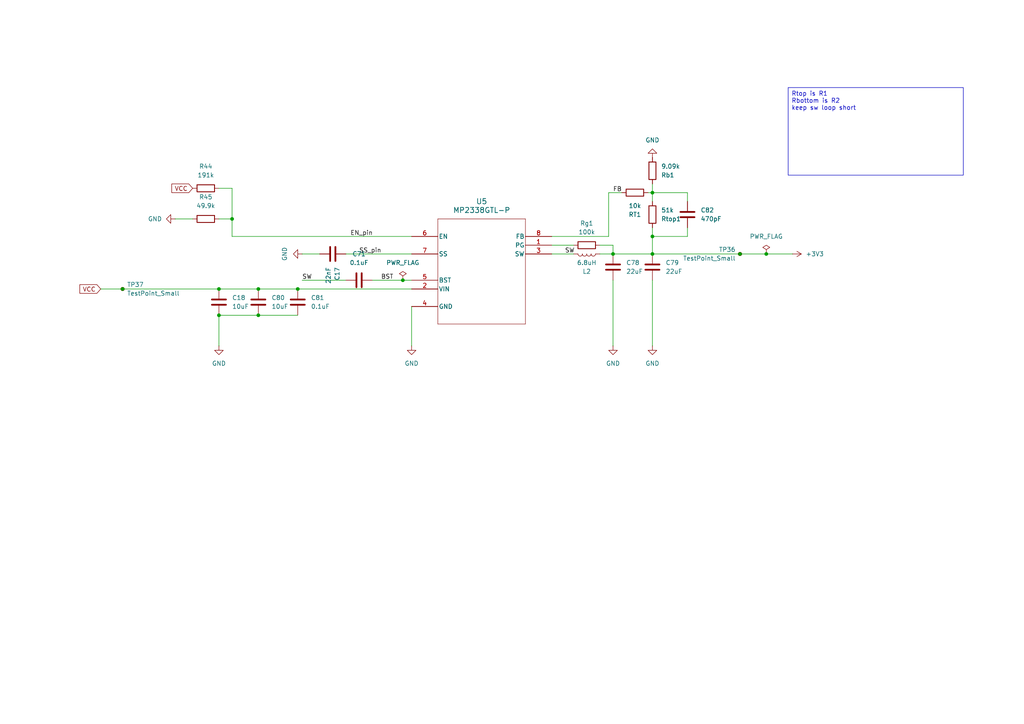
<source format=kicad_sch>
(kicad_sch (version 20250114) (generator "eeschema") (generator_version "9.0")
  (paper "A4")
  (lib_symbols
    (symbol "Connector:TestPoint_Small" (pin_numbers (hide yes)) (pin_names (offset 0.762) (hide yes))
      (property "Reference" "TP" (at 0 3.81 0))
      (property "Value" "TestPoint_Small" (at 0 2.032 0))
      (symbol "TestPoint_Small_0_1"
        (circle (center 0 0) (radius 0.508))
      )
      (symbol "TestPoint_Small_1_1"
        (pin passive line (at 0 0 90) (length 0) (name "1") (number "1"))
      )
    )
    (symbol "Device:C" (pin_numbers (hide yes)) (pin_names (offset 0.254))
      (property "Reference" "C" (at 0.635 2.54 0))
      (property "Value" "C" (at 0.635 -2.54 0))
      (symbol "C_0_1"
        (polyline (pts (xy -2.032 0.762) (xy 2.032 0.762)) (stroke (width 0.508)))
        (polyline (pts (xy -2.032 -0.762) (xy 2.032 -0.762)) (stroke (width 0.508)))
      )
      (symbol "C_1_1"
        (pin passive line (at 0 3.81 270) (length 2.794) (name "~") (number "1"))
        (pin passive line (at 0 -3.81 90) (length 2.794) (name "~") (number "2"))
      )
    )
    (symbol "Device:L" (pin_numbers (hide yes)) (pin_names (offset 1.016) (hide yes))
      (property "Reference" "L" (at -1.27 0 90))
      (property "Value" "L" (at 1.905 0 90))
      (symbol "L_0_1"
        (arc (start 0 2.54) (mid 0.6323 1.905) (end 0 1.27))
        (arc (start 0 1.27) (mid 0.6323 0.635) (end 0 0))
        (arc (start 0 0) (mid 0.6323 -0.635) (end 0 -1.27))
        (arc (start 0 -1.27) (mid 0.6323 -1.905) (end 0 -2.54))
      )
      (symbol "L_1_1"
        (pin passive line (at 0 3.81 270) (length 1.27) (name "1") (number "1"))
        (pin passive line (at 0 -3.81 90) (length 1.27) (name "2") (number "2"))
      )
    )
    (symbol "Device:R" (pin_numbers (hide yes)) (pin_names (offset 0))
      (property "Reference" "R" (at 2.032 0 90))
      (property "Value" "R" (at 0 0 90))
      (symbol "R_0_1"
        (rectangle (start -1.016 -2.54) (end 1.016 2.54) (stroke (width 0.254)))
      )
      (symbol "R_1_1"
        (pin passive line (at 0 3.81 270) (length 1.27) (name "~") (number "1"))
        (pin passive line (at 0 -3.81 90) (length 1.27) (name "~") (number "2"))
      )
    )
    (symbol "MP2388GPL-P:MP2338GTL-P" (pin_names (offset 0.254))
      (property "Reference" "U" (at 20.32 10.16 0))
      (property "Value" "MP2338GTL-P" (at 20.32 7.62 0))
      (symbol "MP2338GTL-P_0_1"
        (polyline (pts (xy 7.62 5.08) (xy 7.62 -25.4)) (stroke (width 0.127)))
        (polyline (pts (xy 7.62 -25.4) (xy 33.02 -25.4)) (stroke (width 0.127)))
        (polyline (pts (xy 33.02 5.08) (xy 7.62 5.08)) (stroke (width 0.127)))
        (polyline (pts (xy 33.02 -25.4) (xy 33.02 5.08)) (stroke (width 0.127)))
        (pin input line (at 0 0 0) (length 7.62) (name "EN") (number "6"))
        (pin unspecified line (at 0 -5.08 0) (length 7.62) (name "SS") (number "7"))
        (pin power_in line (at 0 -12.7 0) (length 7.62) (name "BST") (number "5"))
        (pin power_in line (at 0 -15.24 0) (length 7.62) (name "VIN") (number "2"))
        (pin power_in line (at 0 -20.32 0) (length 7.62) (name "GND") (number "4"))
        (pin output line (at 40.64 0 180) (length 7.62) (name "FB") (number "8"))
        (pin output line (at 40.64 -2.54 180) (length 7.62) (name "PG") (number "1"))
        (pin output line (at 40.64 -5.08 180) (length 7.62) (name "SW") (number "3"))
      )
    )
    (symbol "power:+3V3" (power) (pin_numbers (hide yes)) (pin_names (offset 0) (hide yes))
      (property "Value" "+3V3" (at 0 3.556 0))
      (symbol "+3V3_0_1"
        (polyline (pts (xy -0.762 1.27) (xy 0 2.54)))
        (polyline (pts (xy 0 2.54) (xy 0.762 1.27)))
        (polyline (pts (xy 0 0) (xy 0 2.54)))
      )
      (symbol "+3V3_1_1"
        (pin power_in line (at 0 0 90) (length 0) (name "~") (number "1"))
      )
    )
    (symbol "power:GND" (power) (pin_numbers (hide yes)) (pin_names (offset 0) (hide yes))
      (property "Value" "GND" (at 0 -3.81 0))
      (symbol "GND_0_1"
        (polyline (pts (xy 0 0) (xy 0 -1.27) (xy 1.27 -1.27) (xy 0 -2.54) (xy -1.27 -1.27) (xy 0 -1.27)))
      )
      (symbol "GND_1_1"
        (pin power_in line (at 0 0 270) (length 0) (name "~") (number "1"))
      )
    )
    (symbol "power:PWR_FLAG" (power) (pin_numbers (hide yes)) (pin_names (offset 0) (hide yes))
      (property "Value" "PWR_FLAG" (at 0 3.81 0))
      (symbol "PWR_FLAG_0_0"
        (pin power_out line (at 0 0 90) (length 0) (name "~") (number "1"))
      )
      (symbol "PWR_FLAG_0_1"
        (polyline (pts (xy 0 0) (xy 0 1.27) (xy -1.016 1.905) (xy 0 2.54) (xy 1.016 1.905) (xy 0 1.27)))
      )
    )
  )
  (text_box "Rtop is R1\nRbottom is R2\nkeep sw loop short \n" (at 228.6 25.4 0) (size 50.8 25.4) (margins 0.9525 0.9525 0.9525 0.9525) (effects (font (size 1.27 1.27)) (justify left top)))
  (junction (at 63.5 91.44))
  (junction (at 177.8 73.66))
  (junction (at 189.23 73.66))
  (junction (at 63.5 83.82))
  (junction (at 116.84 81.28))
  (junction (at 74.93 91.44))
  (junction (at 35.56 83.82))
  (junction (at 222.25 73.66))
  (junction (at 189.23 55.88))
  (junction (at 189.23 68.58))
  (junction (at 86.36 83.82))
  (junction (at 67.31 63.5))
  (junction (at 74.93 83.82))
  (junction (at 214.63 73.66))
  (wire (pts (xy 189.23 81.28) (xy 189.23 100.33)))
  (wire (pts (xy 189.23 55.88) (xy 199.39 55.88)))
  (wire (pts (xy 214.63 73.66) (xy 222.25 73.66)))
  (wire (pts (xy 176.53 55.88) (xy 176.53 68.58)))
  (wire (pts (xy 74.93 83.82) (xy 86.36 83.82)))
  (wire (pts (xy 87.63 81.28) (xy 100.33 81.28)))
  (wire (pts (xy 63.5 100.33) (xy 63.5 91.44)))
  (wire (pts (xy 55.88 63.5) (xy 50.8 63.5)))
  (wire (pts (xy 177.8 81.28) (xy 177.8 100.33)))
  (wire (pts (xy 63.5 83.82) (xy 74.93 83.82)))
  (wire (pts (xy 176.53 55.88) (xy 180.34 55.88)))
  (wire (pts (xy 189.23 58.42) (xy 189.23 55.88)))
  (wire (pts (xy 173.99 71.12) (xy 177.8 71.12)))
  (wire (pts (xy 116.84 81.28) (xy 119.38 81.28)))
  (wire (pts (xy 35.56 83.82) (xy 63.5 83.82)))
  (wire (pts (xy 63.5 91.44) (xy 74.93 91.44)))
  (wire (pts (xy 67.31 54.61) (xy 67.31 63.5)))
  (wire (pts (xy 74.93 91.44) (xy 86.36 91.44)))
  (wire (pts (xy 87.63 73.66) (xy 92.71 73.66)))
  (wire (pts (xy 222.25 73.66) (xy 229.87 73.66)))
  (wire (pts (xy 67.31 63.5) (xy 63.5 63.5)))
  (wire (pts (xy 100.33 73.66) (xy 119.38 73.66)))
  (wire (pts (xy 189.23 68.58) (xy 199.39 68.58)))
  (wire (pts (xy 119.38 100.33) (xy 119.38 88.9)))
  (wire (pts (xy 189.23 73.66) (xy 214.63 73.66)))
  (wire (pts (xy 187.96 55.88) (xy 189.23 55.88)))
  (wire (pts (xy 199.39 68.58) (xy 199.39 66.04)))
  (wire (pts (xy 119.38 68.58) (xy 67.31 68.58)))
  (wire (pts (xy 199.39 58.42) (xy 199.39 55.88)))
  (wire (pts (xy 67.31 68.58) (xy 67.31 63.5)))
  (wire (pts (xy 29.21 83.82) (xy 35.56 83.82)))
  (wire (pts (xy 177.8 73.66) (xy 189.23 73.66)))
  (wire (pts (xy 176.53 68.58) (xy 160.02 68.58)))
  (wire (pts (xy 173.99 73.66) (xy 177.8 73.66)))
  (wire (pts (xy 189.23 66.04) (xy 189.23 68.58)))
  (wire (pts (xy 160.02 73.66) (xy 166.37 73.66)))
  (wire (pts (xy 67.31 54.61) (xy 63.5 54.61)))
  (wire (pts (xy 107.95 81.28) (xy 116.84 81.28)))
  (wire (pts (xy 160.02 71.12) (xy 166.37 71.12)))
  (wire (pts (xy 86.36 83.82) (xy 119.38 83.82)))
  (wire (pts (xy 189.23 68.58) (xy 189.23 73.66)))
  (wire (pts (xy 177.8 71.12) (xy 177.8 73.66)))
  (wire (pts (xy 189.23 55.88) (xy 189.23 53.34)))
  (label "EN_pin" (at 101.6 68.58 0))
  (label "BST" (at 110.49 81.28 0))
  (label "SS_pin" (at 104.14 73.66 0))
  (label "FB" (at 177.8 55.88 0))
  (label "SW" (at 163.83 73.66 0))
  (label "SW" (at 87.63 81.28 0))
  (global_label "VCC" (shape input) (at 29.21 83.82 180) (property "Intersheetrefs" "${INTERSHEET_REFS}" (effects (hide yes))))
  (global_label "VCC" (shape input) (at 55.88 54.61 180) (property "Intersheetrefs" "${INTERSHEET_REFS}" (effects (hide yes))))
  (symbol (lib_id "power:GND") (at 50.8 63.5 270) (unit 1)
    (property "Reference" "#PWR085" (effects (hide yes)))
    (property "Value" "GND" (at 46.99 63.4999 90) (effects (justify right)))
    (property "Description" "Power symbol creates a global label with name \"GND\" , ground" (effects (hide yes)))
  )
  (symbol (lib_id "Device:C") (at 199.39 62.23 0) (unit 1)
    (property "Reference" "C82" (at 203.2 60.9599 0) (effects (justify left)))
    (property "Value" "470pF" (at 203.2 63.4999 0) (effects (justify left)))
    (property "Footprint" "Capacitor_SMD:C_0603_1608Metric" (effects (hide yes)))
    (property "Description" "Unpolarized capacitor" (effects (hide yes)))
  )
  (symbol (lib_id "Device:C") (at 63.5 87.63 0) (unit 1)
    (property "Reference" "C18" (at 67.31 86.3599 0) (effects (justify left)))
    (property "Value" "10uF" (at 67.31 88.8999 0) (effects (justify left)))
    (property "Footprint" "Capacitor_SMD:C_0805_2012Metric" (effects (hide yes)))
    (property "Description" "Unpolarized capacitor" (effects (hide yes)))
  )
  (symbol (lib_id "Device:R") (at 184.15 55.88 270) (mirror x) (unit 1)
    (property "Reference" "RT1" (at 184.15 62.23 90))
    (property "Value" "10k" (at 184.15 59.69 90))
    (property "Footprint" "Resistor_SMD:R_0603_1608Metric" (effects (hide yes)))
    (property "Description" "Resistor" (effects (hide yes)))
  )
  (symbol (lib_id "power:GND") (at 177.8 100.33 0) (unit 1)
    (property "Reference" "#PWR058" (effects (hide yes)))
    (property "Value" "GND" (at 177.8 105.41 0))
    (property "Description" "Power symbol creates a global label with name \"GND\" , ground" (effects (hide yes)))
  )
  (symbol (lib_id "Device:R") (at 59.69 63.5 90) (unit 1)
    (property "Reference" "R45" (at 59.69 57.15 90))
    (property "Value" "49.9k" (at 59.69 59.69 90))
    (property "Footprint" "Resistor_SMD:R_0603_1608Metric" (effects (hide yes)))
    (property "Description" "Resistor" (effects (hide yes)))
  )
  (symbol (lib_id "MP2388GPL-P:MP2338GTL-P") (at 119.38 68.58 0) (unit 1)
    (property "Reference" "U5" (at 139.7 58.42 0) (effects (font (size 1.524 1.524))))
    (property "Value" "MP2338GTL-P" (at 139.7 60.96 0) (effects (font (size 1.524 1.524))))
    (property "Footprint" "footprints:SOT583_MP2338_MNP" (effects (hide yes)))
    (property "Datasheet" "https://www.monolithicpower.com/en/documentview/productdocument/index/version/2/document_type/Datasheet/lang/en/sku/MP2338GTL" (effects (hide yes)))
  )
  (symbol (lib_id "Device:C") (at 96.52 73.66 270) (unit 1)
    (property "Reference" "C17" (at 97.7901 77.47 0) (effects (justify left)))
    (property "Value" "22nF" (at 95.2501 77.47 0) (effects (justify left)))
    (property "Footprint" "Capacitor_SMD:C_0603_1608Metric" (effects (hide yes)))
    (property "Description" "Unpolarized capacitor" (effects (hide yes)))
  )
  (symbol (lib_id "Device:C") (at 74.93 87.63 0) (unit 1)
    (property "Reference" "C80" (at 78.74 86.3599 0) (effects (justify left)))
    (property "Value" "10uF" (at 78.74 88.8999 0) (effects (justify left)))
    (property "Footprint" "Capacitor_SMD:C_0805_2012Metric" (effects (hide yes)))
    (property "Description" "Unpolarized capacitor" (effects (hide yes)))
  )
  (symbol (lib_id "power:GND") (at 189.23 45.72 180) (unit 1)
    (property "Reference" "#PWR059" (effects (hide yes)))
    (property "Value" "GND" (at 189.23 40.64 0))
    (property "Description" "Power symbol creates a global label with name \"GND\" , ground" (effects (hide yes)))
  )
  (symbol (lib_id "power:PWR_FLAG") (at 116.84 81.28 0) (unit 1)
    (property "Reference" "#FLG012" (effects (hide yes)))
    (property "Value" "PWR_FLAG" (at 116.84 76.2 0))
    (property "Description" "Special symbol for telling ERC where power comes from" (effects (hide yes)))
  )
  (symbol (lib_id "power:GND") (at 189.23 100.33 0) (unit 1)
    (property "Reference" "#PWR074" (effects (hide yes)))
    (property "Value" "GND" (at 189.23 105.41 0))
    (property "Description" "Power symbol creates a global label with name \"GND\" , ground" (effects (hide yes)))
  )
  (symbol (lib_id "Device:R") (at 170.18 71.12 90) (mirror x) (unit 1)
    (property "Reference" "Rg1" (at 170.18 64.77 90))
    (property "Value" "100k" (at 170.18 67.31 90))
    (property "Footprint" "Resistor_SMD:R_0603_1608Metric" (effects (hide yes)))
    (property "Description" "Resistor" (effects (hide yes)))
  )
  (symbol (lib_id "Device:R") (at 189.23 62.23 0) (mirror x) (unit 1)
    (property "Reference" "Rtop1" (at 191.77 63.5001 0) (effects (justify left)))
    (property "Value" "51k" (at 191.77 60.9601 0) (effects (justify left)))
    (property "Footprint" "Resistor_SMD:R_0603_1608Metric" (effects (hide yes)))
    (property "Description" "Resistor" (effects (hide yes)))
  )
  (symbol (lib_id "power:GND") (at 87.63 73.66 270) (unit 1)
    (property "Reference" "#PWR01" (effects (hide yes)))
    (property "Value" "GND" (at 82.55 73.66 0))
    (property "Description" "Power symbol creates a global label with name \"GND\" , ground" (effects (hide yes)))
  )
  (symbol (lib_id "Device:L") (at 170.18 73.66 90) (mirror x) (unit 1)
    (property "Reference" "L2" (at 170.18 78.74 90))
    (property "Value" "6.8uH" (at 170.18 76.2 90))
    (property "Footprint" "Inductor_SMD:L_Bourns_SRP7028A_7.3x6.6mm" (effects (hide yes)))
    (property "Description" "Inductor" (effects (hide yes)))
  )
  (symbol (lib_id "Device:C") (at 104.14 81.28 90) (unit 1)
    (property "Reference" "C71" (at 104.14 73.66 90))
    (property "Value" "0.1uF" (at 104.14 76.2 90))
    (property "Footprint" "Capacitor_SMD:C_0603_1608Metric" (effects (hide yes)))
    (property "Description" "Unpolarized capacitor" (effects (hide yes)))
  )
  (symbol (lib_id "Device:C") (at 86.36 87.63 0) (unit 1)
    (property "Reference" "C81" (at 90.17 86.3599 0) (effects (justify left)))
    (property "Value" "0.1uF" (at 90.17 88.8999 0) (effects (justify left)))
    (property "Footprint" "Capacitor_SMD:C_0603_1608Metric" (effects (hide yes)))
    (property "Description" "Unpolarized capacitor" (effects (hide yes)))
  )
  (symbol (lib_id "Device:R") (at 59.69 54.61 90) (unit 1)
    (property "Reference" "R44" (at 59.69 48.26 90))
    (property "Value" "191k" (at 59.69 50.8 90))
    (property "Footprint" "Resistor_SMD:R_0603_1608Metric" (effects (hide yes)))
    (property "Description" "Resistor" (effects (hide yes)))
  )
  (symbol (lib_id "power:GND") (at 63.5 100.33 0) (unit 1)
    (property "Reference" "#PWR023" (effects (hide yes)))
    (property "Value" "GND" (at 63.5 105.41 0))
    (property "Description" "Power symbol creates a global label with name \"GND\" , ground" (effects (hide yes)))
  )
  (symbol (lib_id "power:GND") (at 119.38 100.33 0) (unit 1)
    (property "Reference" "#PWR04" (effects (hide yes)))
    (property "Value" "GND" (at 119.38 105.41 0))
    (property "Description" "Power symbol creates a global label with name \"GND\" , ground" (effects (hide yes)))
  )
  (symbol (lib_id "Connector:TestPoint_Small") (at 214.63 73.66 0) (mirror y) (unit 1)
    (property "Reference" "TP36" (at 213.36 72.3899 0) (effects (justify left)))
    (property "Value" "TestPoint_Small" (at 213.36 74.9299 0) (effects (justify left)))
    (property "Footprint" "TestPoint:TestPoint_Pad_D1.0mm" (effects (hide yes)))
    (property "Description" "test point" (effects (hide yes)))
  )
  (symbol (lib_id "Device:C") (at 189.23 77.47 180) (unit 1)
    (property "Reference" "C79" (at 193.04 76.1999 0) (effects (justify right)))
    (property "Value" "22uF" (at 193.04 78.7399 0) (effects (justify right)))
    (property "Footprint" "Capacitor_SMD:C_0805_2012Metric" (effects (hide yes)))
    (property "Description" "Unpolarized capacitor" (effects (hide yes)))
  )
  (symbol (lib_id "Device:R") (at 189.23 49.53 0) (mirror y) (unit 1)
    (property "Reference" "Rb1" (at 191.77 50.8001 0) (effects (justify right)))
    (property "Value" "9.09k" (at 191.77 48.2601 0) (effects (justify right)))
    (property "Footprint" "Resistor_SMD:R_0603_1608Metric" (effects (hide yes)))
    (property "Description" "Resistor" (effects (hide yes)))
  )
  (symbol (lib_id "power:+3V3") (at 229.87 73.66 270) (unit 1)
    (property "Reference" "#PWR075" (effects (hide yes)))
    (property "Value" "+3V3" (at 233.68 73.6599 90) (effects (justify left)))
    (property "Description" "Power symbol creates a global label with name \"+3V3\"" (effects (hide yes)))
  )
  (symbol (lib_id "power:PWR_FLAG") (at 222.25 73.66 0) (unit 1)
    (property "Reference" "#FLG011" (effects (hide yes)))
    (property "Value" "PWR_FLAG" (at 222.25 68.58 0))
    (property "Description" "Special symbol for telling ERC where power comes from" (effects (hide yes)))
  )
  (symbol (lib_id "Connector:TestPoint_Small") (at 35.56 83.82 0) (unit 1)
    (property "Reference" "TP37" (at 36.83 82.5499 0) (effects (justify left)))
    (property "Value" "TestPoint_Small" (at 36.83 85.0899 0) (effects (justify left)))
    (property "Footprint" "TestPoint:TestPoint_Pad_D1.0mm" (effects (hide yes)))
    (property "Description" "test point" (effects (hide yes)))
  )
  (symbol (lib_id "Device:C") (at 177.8 77.47 180) (unit 1)
    (property "Reference" "C78" (at 181.61 76.1999 0) (effects (justify right)))
    (property "Value" "22uF" (at 181.61 78.7399 0) (effects (justify right)))
    (property "Footprint" "Capacitor_SMD:C_0805_2012Metric" (effects (hide yes)))
    (property "Description" "Unpolarized capacitor" (effects (hide yes)))
  )
)
</source>
